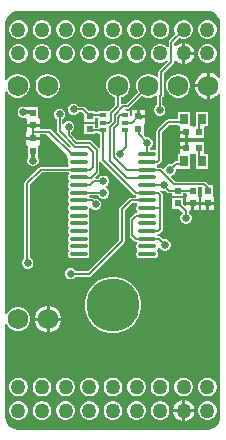
<source format=gtl>
G04*
G04 #@! TF.GenerationSoftware,Altium Limited,Altium Designer,23.0.1 (38)*
G04*
G04 Layer_Physical_Order=1*
G04 Layer_Color=255*
%FSLAX24Y24*%
%MOIN*%
G70*
G04*
G04 #@! TF.SameCoordinates,212204B1-6FDB-4007-BCD0-930B6937FDD8*
G04*
G04*
G04 #@! TF.FilePolarity,Positive*
G04*
G01*
G75*
%ADD10C,0.0080*%
%ADD13C,0.0060*%
%ADD19R,0.0276X0.0354*%
%ADD20R,0.0236X0.0236*%
%ADD21R,0.0236X0.0236*%
G04:AMPARAMS|DCode=22|XSize=59.1mil|YSize=13.8mil|CornerRadius=3.4mil|HoleSize=0mil|Usage=FLASHONLY|Rotation=180.000|XOffset=0mil|YOffset=0mil|HoleType=Round|Shape=RoundedRectangle|*
%AMROUNDEDRECTD22*
21,1,0.0591,0.0069,0,0,180.0*
21,1,0.0522,0.0138,0,0,180.0*
1,1,0.0069,-0.0261,0.0034*
1,1,0.0069,0.0261,0.0034*
1,1,0.0069,0.0261,-0.0034*
1,1,0.0069,-0.0261,-0.0034*
%
%ADD22ROUNDEDRECTD22*%
%ADD23R,0.0217X0.0157*%
%ADD33C,0.0130*%
%ADD34C,0.0120*%
%ADD35C,0.0680*%
%ADD36C,0.0500*%
%ADD37C,0.1772*%
%ADD38C,0.0260*%
G36*
X7107Y14197D02*
X7188Y14163D01*
X7261Y14114D01*
X7323Y14052D01*
X7372Y13979D01*
X7405Y13898D01*
X7422Y13812D01*
Y13769D01*
Y11981D01*
X7374Y11968D01*
X7366Y11983D01*
X7284Y12065D01*
X7183Y12123D01*
X7071Y12153D01*
X7064D01*
Y11713D01*
Y11273D01*
X7071D01*
X7183Y11303D01*
X7284Y11361D01*
X7366Y11442D01*
X7374Y11457D01*
X7422Y11444D01*
X7422Y700D01*
X7422Y656D01*
X7405Y570D01*
X7372Y489D01*
X7323Y416D01*
X7261Y354D01*
X7188Y306D01*
X7107Y272D01*
X7021Y255D01*
X656D01*
X570Y272D01*
X489Y306D01*
X416Y354D01*
X354Y416D01*
X306Y489D01*
X272Y570D01*
X255Y656D01*
Y700D01*
Y3776D01*
X305Y3784D01*
X357Y3692D01*
X432Y3618D01*
X523Y3565D01*
X625Y3538D01*
X730D01*
X832Y3565D01*
X923Y3618D01*
X998Y3692D01*
X1050Y3784D01*
X1077Y3885D01*
Y3991D01*
X1050Y4092D01*
X998Y4184D01*
X923Y4258D01*
X832Y4311D01*
X730Y4338D01*
X625D01*
X523Y4311D01*
X432Y4258D01*
X357Y4184D01*
X305Y4092D01*
X255Y4100D01*
Y11520D01*
X305Y11534D01*
X344Y11467D01*
X418Y11393D01*
X509Y11340D01*
X611Y11313D01*
X716D01*
X818Y11340D01*
X909Y11393D01*
X984Y11467D01*
X1036Y11558D01*
X1064Y11660D01*
Y11765D01*
X1036Y11867D01*
X984Y11958D01*
X909Y12033D01*
X818Y12085D01*
X716Y12113D01*
X611D01*
X509Y12085D01*
X418Y12033D01*
X344Y11958D01*
X305Y11891D01*
X255Y11905D01*
Y13769D01*
Y13812D01*
X272Y13898D01*
X306Y13979D01*
X354Y14052D01*
X416Y14114D01*
X489Y14163D01*
X570Y14197D01*
X656Y14214D01*
X7021D01*
X7107Y14197D01*
D02*
G37*
%LPC*%
G36*
X7029Y13893D02*
X6947D01*
X6869Y13872D01*
X6798Y13831D01*
X6740Y13773D01*
X6699Y13702D01*
X6678Y13623D01*
Y13542D01*
X6699Y13463D01*
X6740Y13392D01*
X6798Y13335D01*
X6869Y13294D01*
X6947Y13273D01*
X7029D01*
X7108Y13294D01*
X7179Y13335D01*
X7236Y13392D01*
X7277Y13463D01*
X7298Y13542D01*
Y13623D01*
X7277Y13702D01*
X7236Y13773D01*
X7179Y13831D01*
X7108Y13872D01*
X7029Y13893D01*
D02*
G37*
G36*
X6242D02*
X6160D01*
X6081Y13872D01*
X6010Y13831D01*
X5953Y13773D01*
X5912Y13702D01*
X5891Y13623D01*
Y13542D01*
X5912Y13463D01*
X5926Y13438D01*
X5725Y13237D01*
X5705Y13207D01*
X5698Y13172D01*
Y13018D01*
X5648Y12999D01*
X5604Y13043D01*
X5533Y13084D01*
X5454Y13105D01*
X5373D01*
X5294Y13084D01*
X5223Y13043D01*
X5165Y12986D01*
X5125Y12915D01*
X5103Y12836D01*
Y12754D01*
X5125Y12676D01*
X5165Y12605D01*
X5223Y12547D01*
X5294Y12506D01*
X5373Y12485D01*
X5454D01*
X5533Y12506D01*
X5604Y12547D01*
X5625Y12568D01*
X5678Y12551D01*
X5682Y12526D01*
X5385Y12230D01*
X5365Y12200D01*
X5358Y12165D01*
Y12004D01*
X5308Y11984D01*
X5259Y12033D01*
X5168Y12085D01*
X5066Y12113D01*
X4961D01*
X4859Y12085D01*
X4768Y12033D01*
X4693Y11958D01*
X4641Y11867D01*
X4614Y11765D01*
Y11660D01*
X4641Y11558D01*
X4673Y11502D01*
X4288Y11116D01*
X4170D01*
X4155Y11114D01*
X4105Y11145D01*
Y11323D01*
X4168Y11340D01*
X4259Y11393D01*
X4334Y11467D01*
X4386Y11558D01*
X4414Y11660D01*
Y11765D01*
X4386Y11867D01*
X4334Y11958D01*
X4259Y12033D01*
X4168Y12085D01*
X4066Y12113D01*
X3961D01*
X3859Y12085D01*
X3768Y12033D01*
X3693Y11958D01*
X3641Y11867D01*
X3614Y11765D01*
Y11660D01*
X3641Y11558D01*
X3693Y11467D01*
X3768Y11393D01*
X3859Y11340D01*
X3922Y11323D01*
Y11076D01*
X3731Y10886D01*
X3684Y10879D01*
X3684Y10879D01*
X3348D01*
Y10832D01*
X3248D01*
Y10874D01*
X3022D01*
X2906Y10990D01*
X2876Y11010D01*
X2841Y11016D01*
X2698D01*
X2691Y11032D01*
X2638Y11086D01*
X2568Y11115D01*
X2492D01*
X2422Y11086D01*
X2369Y11032D01*
X2340Y10963D01*
Y10887D01*
X2369Y10817D01*
X2422Y10764D01*
X2492Y10735D01*
X2568D01*
X2638Y10764D01*
X2691Y10817D01*
X2698Y10833D01*
X2803D01*
X2892Y10744D01*
Y10518D01*
X3248D01*
Y10648D01*
X3348D01*
Y10320D01*
X3248D01*
Y10451D01*
X2892D01*
Y10094D01*
X3248D01*
Y10137D01*
X3348D01*
Y10090D01*
X3424D01*
Y9631D01*
X3374Y9616D01*
X3365Y9629D01*
X3125Y9870D01*
X3095Y9890D01*
X3060Y9896D01*
X2658D01*
X2452Y10102D01*
Y10172D01*
X2468Y10179D01*
X2521Y10232D01*
X2550Y10302D01*
Y10378D01*
X2521Y10448D01*
X2468Y10501D01*
X2398Y10530D01*
X2322D01*
X2252Y10501D01*
X2202Y10450D01*
X2188Y10452D01*
X2152Y10464D01*
Y10592D01*
X2168Y10599D01*
X2221Y10652D01*
X2250Y10722D01*
Y10798D01*
X2221Y10868D01*
X2168Y10921D01*
X2098Y10950D01*
X2022D01*
X1952Y10921D01*
X1899Y10868D01*
X1870Y10798D01*
Y10722D01*
X1899Y10652D01*
X1952Y10599D01*
X1968Y10592D01*
Y10195D01*
X1975Y10160D01*
X1995Y10130D01*
X2435Y9690D01*
X2418Y9636D01*
X2415Y9635D01*
X1790Y10260D01*
X1398D01*
Y10348D01*
X962D01*
Y10185D01*
X958D01*
Y10017D01*
X1176D01*
X1394D01*
Y10090D01*
X1610D01*
X2299Y9401D01*
Y9394D01*
X2309Y9341D01*
X2339Y9297D01*
X2347Y9244D01*
X2340Y9207D01*
Y9138D01*
X2347Y9101D01*
X2368Y9070D01*
Y9055D01*
X2322Y9008D01*
X1436D01*
X1401Y9001D01*
X1371Y8981D01*
X915Y8525D01*
X895Y8495D01*
X888Y8460D01*
Y5957D01*
X839Y5908D01*
X810Y5838D01*
Y5762D01*
X839Y5692D01*
X892Y5639D01*
X962Y5610D01*
X1038D01*
X1108Y5639D01*
X1161Y5692D01*
X1190Y5762D01*
Y5838D01*
X1161Y5908D01*
X1108Y5961D01*
X1072Y5976D01*
Y8422D01*
X1474Y8825D01*
X2361D01*
X2368Y8814D01*
Y8763D01*
X2347Y8732D01*
X2340Y8695D01*
Y8626D01*
X2347Y8589D01*
X2368Y8558D01*
Y8507D01*
X2347Y8476D01*
X2340Y8439D01*
Y8370D01*
X2347Y8333D01*
X2368Y8302D01*
Y8251D01*
X2347Y8220D01*
X2340Y8183D01*
Y8114D01*
X2347Y8077D01*
X2368Y8046D01*
Y7995D01*
X2347Y7964D01*
X2340Y7927D01*
Y7858D01*
X2347Y7821D01*
X2368Y7790D01*
Y7739D01*
X2347Y7708D01*
X2340Y7671D01*
Y7602D01*
X2347Y7565D01*
X2368Y7534D01*
Y7483D01*
X2347Y7452D01*
X2340Y7415D01*
Y7346D01*
X2347Y7310D01*
X2368Y7278D01*
Y7228D01*
X2347Y7196D01*
X2340Y7159D01*
Y7091D01*
X2347Y7054D01*
X2368Y7022D01*
Y6972D01*
X2347Y6940D01*
X2340Y6903D01*
Y6835D01*
X2347Y6798D01*
X2368Y6767D01*
Y6716D01*
X2347Y6684D01*
X2340Y6648D01*
Y6579D01*
X2347Y6542D01*
X2368Y6511D01*
Y6460D01*
X2347Y6429D01*
X2340Y6392D01*
Y6323D01*
X2347Y6286D01*
X2368Y6255D01*
Y6204D01*
X2347Y6173D01*
X2340Y6136D01*
Y6067D01*
X2347Y6030D01*
X2368Y5999D01*
X2399Y5978D01*
X2436Y5971D01*
X2958D01*
X2995Y5978D01*
X3026Y5999D01*
X3047Y6030D01*
X3054Y6067D01*
Y6136D01*
X3047Y6173D01*
X3026Y6204D01*
Y6255D01*
X3047Y6286D01*
X3054Y6323D01*
Y6392D01*
X3047Y6429D01*
X3026Y6460D01*
Y6511D01*
X3047Y6542D01*
X3054Y6579D01*
Y6648D01*
X3047Y6684D01*
X3026Y6716D01*
Y6767D01*
X3047Y6798D01*
X3054Y6835D01*
Y6903D01*
X3047Y6940D01*
X3026Y6972D01*
Y7022D01*
X3047Y7054D01*
X3054Y7091D01*
Y7159D01*
X3047Y7196D01*
X3026Y7228D01*
Y7278D01*
X3047Y7310D01*
X3054Y7346D01*
Y7415D01*
X3047Y7452D01*
X3026Y7483D01*
Y7534D01*
X3047Y7565D01*
X3054Y7602D01*
Y7632D01*
X3080Y7644D01*
X3104Y7647D01*
X3152Y7599D01*
X3222Y7570D01*
X3298D01*
X3368Y7599D01*
X3421Y7652D01*
X3450Y7722D01*
Y7798D01*
X3421Y7868D01*
X3368Y7921D01*
X3298Y7950D01*
X3222D01*
X3206Y7943D01*
X3192Y7958D01*
X3162Y7977D01*
X3127Y7984D01*
X3071D01*
X3050Y8034D01*
X3071Y8057D01*
X3345D01*
X3359Y8022D01*
X3412Y7969D01*
X3482Y7940D01*
X3558D01*
X3628Y7969D01*
X3681Y8022D01*
X3710Y8092D01*
Y8168D01*
X3681Y8238D01*
X3628Y8291D01*
X3599Y8303D01*
Y8357D01*
X3628Y8369D01*
X3681Y8422D01*
X3710Y8492D01*
Y8568D01*
X3681Y8638D01*
X3628Y8691D01*
X3558Y8720D01*
X3482D01*
X3412Y8691D01*
X3359Y8638D01*
X3352Y8622D01*
X3268D01*
X3247Y8672D01*
X3365Y8790D01*
X3385Y8820D01*
X3392Y8855D01*
Y9178D01*
X3442Y9193D01*
X3451Y9179D01*
X4549Y8081D01*
X4579Y8061D01*
X4605Y8056D01*
X4619Y8031D01*
X4625Y8004D01*
X4606Y7984D01*
X4433D01*
X4398Y7977D01*
X4368Y7958D01*
X4075Y7665D01*
X4055Y7635D01*
X4048Y7600D01*
Y6578D01*
X3002Y5532D01*
X2602D01*
X2591Y5558D01*
X2537Y5611D01*
X2468Y5640D01*
X2392D01*
X2322Y5611D01*
X2269Y5558D01*
X2240Y5488D01*
Y5412D01*
X2269Y5342D01*
X2322Y5289D01*
X2392Y5260D01*
X2468D01*
X2537Y5289D01*
X2591Y5342D01*
X2593Y5348D01*
X3040D01*
X3075Y5355D01*
X3105Y5375D01*
X4205Y6475D01*
X4225Y6505D01*
X4232Y6540D01*
Y7562D01*
X4471Y7801D01*
X4644D01*
X4651Y7790D01*
Y7739D01*
X4631Y7708D01*
X4623Y7671D01*
Y7602D01*
X4631Y7565D01*
X4651Y7534D01*
Y7508D01*
X4617Y7464D01*
X4582Y7457D01*
X4552Y7437D01*
X4425Y7310D01*
X4405Y7280D01*
X4398Y7245D01*
Y6740D01*
X4405Y6705D01*
X4425Y6676D01*
X4552Y6548D01*
X4582Y6528D01*
X4617Y6521D01*
X4644D01*
X4651Y6511D01*
Y6460D01*
X4631Y6429D01*
X4623Y6392D01*
Y6323D01*
X4631Y6286D01*
X4651Y6255D01*
Y6204D01*
X4631Y6173D01*
X4623Y6136D01*
Y6067D01*
X4631Y6030D01*
X4651Y5999D01*
X4683Y5978D01*
X4719Y5971D01*
X5241D01*
X5278Y5978D01*
X5309Y5999D01*
X5330Y6030D01*
X5337Y6067D01*
Y6136D01*
X5330Y6173D01*
X5309Y6204D01*
Y6255D01*
X5330Y6286D01*
X5337Y6323D01*
Y6344D01*
X5387Y6354D01*
X5409Y6302D01*
X5462Y6249D01*
X5532Y6220D01*
X5608D01*
X5678Y6249D01*
X5731Y6302D01*
X5760Y6372D01*
Y6448D01*
X5731Y6518D01*
X5678Y6571D01*
X5608Y6600D01*
X5532D01*
X5516Y6593D01*
X5432Y6678D01*
X5402Y6698D01*
X5367Y6705D01*
X5351D01*
X5322Y6755D01*
X5334Y6777D01*
X5369Y6784D01*
X5399Y6804D01*
X5475Y6880D01*
X5495Y6910D01*
X5502Y6945D01*
Y7640D01*
Y8065D01*
X5495Y8100D01*
X5475Y8130D01*
X5419Y8186D01*
X5404Y8201D01*
X5432Y8239D01*
X5502Y8210D01*
X5578D01*
X5594Y8217D01*
X5653Y8157D01*
X5683Y8137D01*
X5718Y8130D01*
X5822D01*
Y8044D01*
X6178D01*
Y8130D01*
X6287D01*
X6322Y8095D01*
X6322Y8038D01*
X6283Y8011D01*
X6282D01*
Y7843D01*
X6718D01*
Y8011D01*
X6717D01*
X6678Y8038D01*
X6678Y8061D01*
Y8338D01*
X6822D01*
Y8066D01*
X6822Y8044D01*
X6783Y8016D01*
X6782D01*
Y7848D01*
X7218D01*
Y8016D01*
X7217D01*
X7178Y8044D01*
X7178Y8066D01*
Y8400D01*
X7052D01*
X6957Y8495D01*
X6927Y8515D01*
X6892Y8522D01*
X5908D01*
X5766Y8664D01*
X5787Y8714D01*
X5848Y8739D01*
X5901Y8792D01*
X5930Y8862D01*
Y8934D01*
X5958Y8960D01*
X5968Y8968D01*
X6007Y8953D01*
Y8953D01*
X6403D01*
X6403Y9427D01*
X6451Y9432D01*
X6506D01*
Y9433D01*
X6534Y9472D01*
X6585Y9472D01*
X6597Y9427D01*
X6597D01*
Y8953D01*
X6993D01*
Y9427D01*
X6903D01*
X6890Y9472D01*
X6890D01*
Y9828D01*
X6556D01*
X6534Y9828D01*
X6506Y9867D01*
Y9868D01*
X6338D01*
Y9650D01*
X6288D01*
Y9600D01*
X6070D01*
X6070Y9432D01*
X6022Y9427D01*
X6007D01*
Y9202D01*
X5940D01*
X5901Y9194D01*
X5868Y9172D01*
X5783Y9088D01*
X5778Y9090D01*
X5702D01*
X5632Y9061D01*
X5579Y9008D01*
X5554Y8947D01*
X5504Y8926D01*
X5468Y8962D01*
X5438Y8982D01*
X5403Y8989D01*
X5329D01*
X5309Y9019D01*
Y9043D01*
X5325Y9088D01*
X5360Y9095D01*
X5390Y9115D01*
X5445Y9170D01*
X5465Y9200D01*
X5472Y9235D01*
Y10162D01*
X5723Y10413D01*
X6007D01*
Y10373D01*
X6070D01*
Y10210D01*
X6288D01*
Y10160D01*
X6338D01*
Y9942D01*
X6506D01*
Y9943D01*
X6534Y9982D01*
X6556Y9982D01*
X6890D01*
Y10338D01*
X6926Y10373D01*
X6993D01*
Y10731D01*
X6995Y10740D01*
X6993Y10749D01*
Y10847D01*
X6597D01*
Y10395D01*
X6555Y10355D01*
X6520Y10358D01*
X6506Y10377D01*
Y10378D01*
X6403D01*
Y10847D01*
X6007D01*
Y10596D01*
X5685D01*
X5650Y10589D01*
X5620Y10570D01*
X5315Y10265D01*
X5295Y10235D01*
X5288Y10200D01*
Y9600D01*
X5241Y9559D01*
X5072D01*
Y9647D01*
X5088Y9654D01*
X5141Y9707D01*
X5170Y9777D01*
Y9853D01*
X5141Y9922D01*
X5088Y9976D01*
X5018Y10005D01*
X4942D01*
X4926Y9998D01*
X4879Y10046D01*
X4868Y10094D01*
X4868D01*
X4868Y10094D01*
Y10428D01*
X4868Y10451D01*
X4907Y10478D01*
X4908D01*
Y10646D01*
X4690D01*
Y10696D01*
X4640D01*
Y10914D01*
X4472D01*
Y10734D01*
X4427Y10692D01*
X4416Y10695D01*
X4412Y10698D01*
Y10879D01*
X4275D01*
X4248Y10929D01*
X4251Y10933D01*
X4326D01*
X4361Y10940D01*
X4391Y10960D01*
X4803Y11372D01*
X4859Y11340D01*
X4961Y11313D01*
X5066D01*
X5168Y11340D01*
X5259Y11393D01*
X5264Y11397D01*
X5310Y11372D01*
X5308Y11365D01*
Y11078D01*
X5292Y11071D01*
X5239Y11018D01*
X5210Y10948D01*
Y10872D01*
X5239Y10802D01*
X5292Y10749D01*
X5362Y10720D01*
X5438D01*
X5508Y10749D01*
X5561Y10802D01*
X5590Y10872D01*
Y10948D01*
X5561Y11018D01*
X5508Y11071D01*
X5492Y11078D01*
Y11327D01*
X5515Y11350D01*
X5535Y11380D01*
X5542Y11415D01*
Y12127D01*
X5855Y12440D01*
X5875Y12470D01*
X5882Y12505D01*
Y12554D01*
X5932Y12569D01*
X5986Y12515D01*
X6066Y12469D01*
X6151Y12446D01*
Y12795D01*
Y13144D01*
X6066Y13121D01*
X5986Y13075D01*
X5932Y13021D01*
X5882Y13037D01*
Y13134D01*
X6056Y13308D01*
X6081Y13294D01*
X6160Y13273D01*
X6242D01*
X6320Y13294D01*
X6391Y13335D01*
X6449Y13392D01*
X6490Y13463D01*
X6511Y13542D01*
Y13623D01*
X6490Y13702D01*
X6449Y13773D01*
X6391Y13831D01*
X6320Y13872D01*
X6242Y13893D01*
D02*
G37*
G36*
X5454D02*
X5373D01*
X5294Y13872D01*
X5223Y13831D01*
X5165Y13773D01*
X5125Y13702D01*
X5103Y13623D01*
Y13542D01*
X5125Y13463D01*
X5165Y13392D01*
X5223Y13335D01*
X5294Y13294D01*
X5373Y13273D01*
X5454D01*
X5533Y13294D01*
X5604Y13335D01*
X5661Y13392D01*
X5702Y13463D01*
X5723Y13542D01*
Y13623D01*
X5702Y13702D01*
X5661Y13773D01*
X5604Y13831D01*
X5533Y13872D01*
X5454Y13893D01*
D02*
G37*
G36*
X4667D02*
X4585D01*
X4506Y13872D01*
X4436Y13831D01*
X4378Y13773D01*
X4337Y13702D01*
X4316Y13623D01*
Y13542D01*
X4337Y13463D01*
X4378Y13392D01*
X4436Y13335D01*
X4506Y13294D01*
X4585Y13273D01*
X4667D01*
X4746Y13294D01*
X4816Y13335D01*
X4874Y13392D01*
X4915Y13463D01*
X4936Y13542D01*
Y13623D01*
X4915Y13702D01*
X4874Y13773D01*
X4816Y13831D01*
X4746Y13872D01*
X4667Y13893D01*
D02*
G37*
G36*
X3879D02*
X3798D01*
X3719Y13872D01*
X3648Y13831D01*
X3591Y13773D01*
X3550Y13702D01*
X3529Y13623D01*
Y13542D01*
X3550Y13463D01*
X3591Y13392D01*
X3648Y13335D01*
X3719Y13294D01*
X3798Y13273D01*
X3879D01*
X3958Y13294D01*
X4029Y13335D01*
X4087Y13392D01*
X4127Y13463D01*
X4149Y13542D01*
Y13623D01*
X4127Y13702D01*
X4087Y13773D01*
X4029Y13831D01*
X3958Y13872D01*
X3879Y13893D01*
D02*
G37*
G36*
X3092D02*
X3010D01*
X2932Y13872D01*
X2861Y13831D01*
X2803Y13773D01*
X2762Y13702D01*
X2741Y13623D01*
Y13542D01*
X2762Y13463D01*
X2803Y13392D01*
X2861Y13335D01*
X2932Y13294D01*
X3010Y13273D01*
X3092D01*
X3171Y13294D01*
X3242Y13335D01*
X3299Y13392D01*
X3340Y13463D01*
X3361Y13542D01*
Y13623D01*
X3340Y13702D01*
X3299Y13773D01*
X3242Y13831D01*
X3171Y13872D01*
X3092Y13893D01*
D02*
G37*
G36*
X2305D02*
X2223D01*
X2144Y13872D01*
X2073Y13831D01*
X2016Y13773D01*
X1975Y13702D01*
X1954Y13623D01*
Y13542D01*
X1975Y13463D01*
X2016Y13392D01*
X2073Y13335D01*
X2144Y13294D01*
X2223Y13273D01*
X2305D01*
X2383Y13294D01*
X2454Y13335D01*
X2512Y13392D01*
X2553Y13463D01*
X2574Y13542D01*
Y13623D01*
X2553Y13702D01*
X2512Y13773D01*
X2454Y13831D01*
X2383Y13872D01*
X2305Y13893D01*
D02*
G37*
G36*
X1517D02*
X1436D01*
X1357Y13872D01*
X1286Y13831D01*
X1228Y13773D01*
X1188Y13702D01*
X1166Y13623D01*
Y13542D01*
X1188Y13463D01*
X1228Y13392D01*
X1286Y13335D01*
X1357Y13294D01*
X1436Y13273D01*
X1517D01*
X1596Y13294D01*
X1667Y13335D01*
X1724Y13392D01*
X1765Y13463D01*
X1786Y13542D01*
Y13623D01*
X1765Y13702D01*
X1724Y13773D01*
X1667Y13831D01*
X1596Y13872D01*
X1517Y13893D01*
D02*
G37*
G36*
X730D02*
X648D01*
X569Y13872D01*
X499Y13831D01*
X441Y13773D01*
X400Y13702D01*
X379Y13623D01*
Y13542D01*
X400Y13463D01*
X441Y13392D01*
X499Y13335D01*
X569Y13294D01*
X648Y13273D01*
X730D01*
X809Y13294D01*
X879Y13335D01*
X937Y13392D01*
X978Y13463D01*
X999Y13542D01*
Y13623D01*
X978Y13702D01*
X937Y13773D01*
X879Y13831D01*
X809Y13872D01*
X730Y13893D01*
D02*
G37*
G36*
X6251Y13144D02*
Y12845D01*
X6550D01*
X6527Y12930D01*
X6481Y13010D01*
X6416Y13075D01*
X6336Y13121D01*
X6251Y13144D01*
D02*
G37*
G36*
X7029Y13105D02*
X6947D01*
X6869Y13084D01*
X6798Y13043D01*
X6740Y12986D01*
X6699Y12915D01*
X6678Y12836D01*
Y12754D01*
X6699Y12676D01*
X6740Y12605D01*
X6798Y12547D01*
X6869Y12506D01*
X6947Y12485D01*
X7029D01*
X7108Y12506D01*
X7179Y12547D01*
X7236Y12605D01*
X7277Y12676D01*
X7298Y12754D01*
Y12836D01*
X7277Y12915D01*
X7236Y12986D01*
X7179Y13043D01*
X7108Y13084D01*
X7029Y13105D01*
D02*
G37*
G36*
X4667D02*
X4585D01*
X4506Y13084D01*
X4436Y13043D01*
X4378Y12986D01*
X4337Y12915D01*
X4316Y12836D01*
Y12754D01*
X4337Y12676D01*
X4378Y12605D01*
X4436Y12547D01*
X4506Y12506D01*
X4585Y12485D01*
X4667D01*
X4746Y12506D01*
X4816Y12547D01*
X4874Y12605D01*
X4915Y12676D01*
X4936Y12754D01*
Y12836D01*
X4915Y12915D01*
X4874Y12986D01*
X4816Y13043D01*
X4746Y13084D01*
X4667Y13105D01*
D02*
G37*
G36*
X3879D02*
X3798D01*
X3719Y13084D01*
X3648Y13043D01*
X3591Y12986D01*
X3550Y12915D01*
X3529Y12836D01*
Y12754D01*
X3550Y12676D01*
X3591Y12605D01*
X3648Y12547D01*
X3719Y12506D01*
X3798Y12485D01*
X3879D01*
X3958Y12506D01*
X4029Y12547D01*
X4087Y12605D01*
X4127Y12676D01*
X4149Y12754D01*
Y12836D01*
X4127Y12915D01*
X4087Y12986D01*
X4029Y13043D01*
X3958Y13084D01*
X3879Y13105D01*
D02*
G37*
G36*
X3092D02*
X3010D01*
X2932Y13084D01*
X2861Y13043D01*
X2803Y12986D01*
X2762Y12915D01*
X2741Y12836D01*
Y12754D01*
X2762Y12676D01*
X2803Y12605D01*
X2861Y12547D01*
X2932Y12506D01*
X3010Y12485D01*
X3092D01*
X3171Y12506D01*
X3242Y12547D01*
X3299Y12605D01*
X3340Y12676D01*
X3361Y12754D01*
Y12836D01*
X3340Y12915D01*
X3299Y12986D01*
X3242Y13043D01*
X3171Y13084D01*
X3092Y13105D01*
D02*
G37*
G36*
X2305D02*
X2223D01*
X2144Y13084D01*
X2073Y13043D01*
X2016Y12986D01*
X1975Y12915D01*
X1954Y12836D01*
Y12754D01*
X1975Y12676D01*
X2016Y12605D01*
X2073Y12547D01*
X2144Y12506D01*
X2223Y12485D01*
X2305D01*
X2383Y12506D01*
X2454Y12547D01*
X2512Y12605D01*
X2553Y12676D01*
X2574Y12754D01*
Y12836D01*
X2553Y12915D01*
X2512Y12986D01*
X2454Y13043D01*
X2383Y13084D01*
X2305Y13105D01*
D02*
G37*
G36*
X1517D02*
X1436D01*
X1357Y13084D01*
X1286Y13043D01*
X1228Y12986D01*
X1188Y12915D01*
X1166Y12836D01*
Y12754D01*
X1188Y12676D01*
X1228Y12605D01*
X1286Y12547D01*
X1357Y12506D01*
X1436Y12485D01*
X1517D01*
X1596Y12506D01*
X1667Y12547D01*
X1724Y12605D01*
X1765Y12676D01*
X1786Y12754D01*
Y12836D01*
X1765Y12915D01*
X1724Y12986D01*
X1667Y13043D01*
X1596Y13084D01*
X1517Y13105D01*
D02*
G37*
G36*
X730D02*
X648D01*
X569Y13084D01*
X499Y13043D01*
X441Y12986D01*
X400Y12915D01*
X379Y12836D01*
Y12754D01*
X400Y12676D01*
X441Y12605D01*
X499Y12547D01*
X569Y12506D01*
X648Y12485D01*
X730D01*
X809Y12506D01*
X879Y12547D01*
X937Y12605D01*
X978Y12676D01*
X999Y12754D01*
Y12836D01*
X978Y12915D01*
X937Y12986D01*
X879Y13043D01*
X809Y13084D01*
X730Y13105D01*
D02*
G37*
G36*
X6550Y12745D02*
X6251D01*
Y12446D01*
X6336Y12469D01*
X6416Y12515D01*
X6481Y12580D01*
X6527Y12660D01*
X6550Y12745D01*
D02*
G37*
G36*
X6964Y12153D02*
X6956D01*
X6844Y12123D01*
X6743Y12065D01*
X6661Y11983D01*
X6604Y11882D01*
X6574Y11771D01*
Y11763D01*
X6964D01*
Y12153D01*
D02*
G37*
G36*
X6066Y12113D02*
X5961D01*
X5859Y12085D01*
X5768Y12033D01*
X5693Y11958D01*
X5641Y11867D01*
X5614Y11765D01*
Y11660D01*
X5641Y11558D01*
X5693Y11467D01*
X5768Y11393D01*
X5859Y11340D01*
X5961Y11313D01*
X6066D01*
X6168Y11340D01*
X6259Y11393D01*
X6334Y11467D01*
X6386Y11558D01*
X6414Y11660D01*
Y11765D01*
X6386Y11867D01*
X6334Y11958D01*
X6259Y12033D01*
X6168Y12085D01*
X6066Y12113D01*
D02*
G37*
G36*
X1716D02*
X1611D01*
X1509Y12085D01*
X1418Y12033D01*
X1344Y11958D01*
X1291Y11867D01*
X1264Y11765D01*
Y11660D01*
X1291Y11558D01*
X1344Y11467D01*
X1418Y11393D01*
X1509Y11340D01*
X1611Y11313D01*
X1716D01*
X1818Y11340D01*
X1909Y11393D01*
X1984Y11467D01*
X2036Y11558D01*
X2064Y11660D01*
Y11765D01*
X2036Y11867D01*
X1984Y11958D01*
X1909Y12033D01*
X1818Y12085D01*
X1716Y12113D01*
D02*
G37*
G36*
X6964Y11663D02*
X6574D01*
Y11655D01*
X6604Y11543D01*
X6661Y11442D01*
X6743Y11361D01*
X6844Y11303D01*
X6956Y11273D01*
X6964D01*
Y11663D01*
D02*
G37*
G36*
X4908Y10914D02*
X4740D01*
Y10746D01*
X4908D01*
Y10914D01*
D02*
G37*
G36*
X888Y11020D02*
X812D01*
X742Y10991D01*
X689Y10938D01*
X660Y10868D01*
Y10792D01*
X689Y10722D01*
X742Y10669D01*
X812Y10640D01*
X888D01*
X918Y10652D01*
X933Y10643D01*
X962Y10617D01*
X962Y10616D01*
X962D01*
Y10448D01*
X1398D01*
Y10616D01*
X1397D01*
X1358Y10644D01*
X1358Y10666D01*
Y11000D01*
X1002D01*
X1002Y11000D01*
X952Y10993D01*
X888Y11020D01*
D02*
G37*
G36*
X6238Y10110D02*
X6070D01*
Y9942D01*
X6238D01*
Y10110D01*
D02*
G37*
G36*
Y9868D02*
X6070D01*
Y9700D01*
X6238D01*
Y9868D01*
D02*
G37*
G36*
X1394Y9917D02*
X1176D01*
X958D01*
Y9748D01*
X959D01*
X998Y9721D01*
X998Y9698D01*
Y9365D01*
X998Y9365D01*
X1014Y9315D01*
X990Y9258D01*
Y9182D01*
X1019Y9112D01*
X1072Y9059D01*
X1142Y9030D01*
X1218D01*
X1288Y9059D01*
X1341Y9112D01*
X1370Y9182D01*
Y9258D01*
X1346Y9315D01*
X1354Y9365D01*
X1354D01*
X1354Y9365D01*
Y9698D01*
X1354Y9721D01*
X1393Y9748D01*
X1394D01*
Y9917D01*
D02*
G37*
G36*
X7218Y7748D02*
X7050D01*
Y7580D01*
X7218D01*
Y7748D01*
D02*
G37*
G36*
X6950D02*
X6782D01*
Y7580D01*
X6950D01*
Y7748D01*
D02*
G37*
G36*
X6718Y7743D02*
X6550D01*
Y7575D01*
X6718D01*
Y7743D01*
D02*
G37*
G36*
X6178Y7976D02*
X5822D01*
Y7620D01*
X6034D01*
X6140Y7514D01*
X6162Y7471D01*
X6109Y7418D01*
X6080Y7348D01*
Y7272D01*
X6109Y7202D01*
X6162Y7149D01*
X6232Y7120D01*
X6308D01*
X6378Y7149D01*
X6431Y7202D01*
X6460Y7272D01*
Y7348D01*
X6431Y7418D01*
X6378Y7471D01*
X6372Y7473D01*
Y7528D01*
X6414Y7575D01*
X6450D01*
Y7743D01*
X6282D01*
Y7726D01*
X6236Y7707D01*
X6178Y7764D01*
Y7976D01*
D02*
G37*
G36*
X1735Y4378D02*
X1727D01*
Y3988D01*
X2117D01*
Y3996D01*
X2087Y4108D01*
X2030Y4208D01*
X1948Y4290D01*
X1847Y4348D01*
X1735Y4378D01*
D02*
G37*
G36*
X1627D02*
X1620D01*
X1508Y4348D01*
X1407Y4290D01*
X1325Y4208D01*
X1267Y4108D01*
X1237Y3996D01*
Y3988D01*
X1627D01*
Y4378D01*
D02*
G37*
G36*
X2117Y3888D02*
X1727D01*
Y3498D01*
X1735D01*
X1847Y3528D01*
X1948Y3586D01*
X2030Y3668D01*
X2087Y3768D01*
X2117Y3880D01*
Y3888D01*
D02*
G37*
G36*
X1627D02*
X1237D01*
Y3880D01*
X1267Y3768D01*
X1325Y3668D01*
X1407Y3586D01*
X1508Y3528D01*
X1620Y3498D01*
X1627D01*
Y3888D01*
D02*
G37*
G36*
X3932Y5351D02*
X3745D01*
X3563Y5314D01*
X3391Y5243D01*
X3236Y5139D01*
X3104Y5008D01*
X3000Y4853D01*
X2929Y4681D01*
X2893Y4498D01*
Y4312D01*
X2929Y4129D01*
X3000Y3957D01*
X3104Y3802D01*
X3236Y3670D01*
X3391Y3567D01*
X3563Y3495D01*
X3745Y3459D01*
X3932D01*
X4114Y3495D01*
X4287Y3567D01*
X4442Y3670D01*
X4573Y3802D01*
X4677Y3957D01*
X4748Y4129D01*
X4784Y4312D01*
Y4498D01*
X4748Y4681D01*
X4677Y4853D01*
X4573Y5008D01*
X4442Y5139D01*
X4287Y5243D01*
X4114Y5314D01*
X3932Y5351D01*
D02*
G37*
G36*
X7029Y1983D02*
X6947D01*
X6869Y1962D01*
X6798Y1921D01*
X6740Y1864D01*
X6699Y1793D01*
X6678Y1714D01*
Y1632D01*
X6699Y1554D01*
X6740Y1483D01*
X6798Y1425D01*
X6869Y1384D01*
X6947Y1363D01*
X7029D01*
X7108Y1384D01*
X7179Y1425D01*
X7236Y1483D01*
X7277Y1554D01*
X7298Y1632D01*
Y1714D01*
X7277Y1793D01*
X7236Y1864D01*
X7179Y1921D01*
X7108Y1962D01*
X7029Y1983D01*
D02*
G37*
G36*
X6242D02*
X6160D01*
X6081Y1962D01*
X6010Y1921D01*
X5953Y1864D01*
X5912Y1793D01*
X5891Y1714D01*
Y1632D01*
X5912Y1554D01*
X5953Y1483D01*
X6010Y1425D01*
X6081Y1384D01*
X6160Y1363D01*
X6242D01*
X6320Y1384D01*
X6391Y1425D01*
X6449Y1483D01*
X6490Y1554D01*
X6511Y1632D01*
Y1714D01*
X6490Y1793D01*
X6449Y1864D01*
X6391Y1921D01*
X6320Y1962D01*
X6242Y1983D01*
D02*
G37*
G36*
X5454D02*
X5373D01*
X5294Y1962D01*
X5223Y1921D01*
X5165Y1864D01*
X5125Y1793D01*
X5103Y1714D01*
Y1632D01*
X5125Y1554D01*
X5165Y1483D01*
X5223Y1425D01*
X5294Y1384D01*
X5373Y1363D01*
X5454D01*
X5533Y1384D01*
X5604Y1425D01*
X5661Y1483D01*
X5702Y1554D01*
X5723Y1632D01*
Y1714D01*
X5702Y1793D01*
X5661Y1864D01*
X5604Y1921D01*
X5533Y1962D01*
X5454Y1983D01*
D02*
G37*
G36*
X4667D02*
X4585D01*
X4506Y1962D01*
X4436Y1921D01*
X4378Y1864D01*
X4337Y1793D01*
X4316Y1714D01*
Y1632D01*
X4337Y1554D01*
X4378Y1483D01*
X4436Y1425D01*
X4506Y1384D01*
X4585Y1363D01*
X4667D01*
X4746Y1384D01*
X4816Y1425D01*
X4874Y1483D01*
X4915Y1554D01*
X4936Y1632D01*
Y1714D01*
X4915Y1793D01*
X4874Y1864D01*
X4816Y1921D01*
X4746Y1962D01*
X4667Y1983D01*
D02*
G37*
G36*
X3879D02*
X3798D01*
X3719Y1962D01*
X3648Y1921D01*
X3591Y1864D01*
X3550Y1793D01*
X3529Y1714D01*
Y1632D01*
X3550Y1554D01*
X3591Y1483D01*
X3648Y1425D01*
X3719Y1384D01*
X3798Y1363D01*
X3879D01*
X3958Y1384D01*
X4029Y1425D01*
X4087Y1483D01*
X4127Y1554D01*
X4149Y1632D01*
Y1714D01*
X4127Y1793D01*
X4087Y1864D01*
X4029Y1921D01*
X3958Y1962D01*
X3879Y1983D01*
D02*
G37*
G36*
X3092D02*
X3010D01*
X2932Y1962D01*
X2861Y1921D01*
X2803Y1864D01*
X2762Y1793D01*
X2741Y1714D01*
Y1632D01*
X2762Y1554D01*
X2803Y1483D01*
X2861Y1425D01*
X2932Y1384D01*
X3010Y1363D01*
X3092D01*
X3171Y1384D01*
X3242Y1425D01*
X3299Y1483D01*
X3340Y1554D01*
X3361Y1632D01*
Y1714D01*
X3340Y1793D01*
X3299Y1864D01*
X3242Y1921D01*
X3171Y1962D01*
X3092Y1983D01*
D02*
G37*
G36*
X2305D02*
X2223D01*
X2144Y1962D01*
X2073Y1921D01*
X2016Y1864D01*
X1975Y1793D01*
X1954Y1714D01*
Y1632D01*
X1975Y1554D01*
X2016Y1483D01*
X2073Y1425D01*
X2144Y1384D01*
X2223Y1363D01*
X2305D01*
X2383Y1384D01*
X2454Y1425D01*
X2512Y1483D01*
X2553Y1554D01*
X2574Y1632D01*
Y1714D01*
X2553Y1793D01*
X2512Y1864D01*
X2454Y1921D01*
X2383Y1962D01*
X2305Y1983D01*
D02*
G37*
G36*
X1517D02*
X1436D01*
X1357Y1962D01*
X1286Y1921D01*
X1228Y1864D01*
X1188Y1793D01*
X1166Y1714D01*
Y1632D01*
X1188Y1554D01*
X1228Y1483D01*
X1286Y1425D01*
X1357Y1384D01*
X1436Y1363D01*
X1517D01*
X1596Y1384D01*
X1667Y1425D01*
X1724Y1483D01*
X1765Y1554D01*
X1786Y1632D01*
Y1714D01*
X1765Y1793D01*
X1724Y1864D01*
X1667Y1921D01*
X1596Y1962D01*
X1517Y1983D01*
D02*
G37*
G36*
X730D02*
X648D01*
X569Y1962D01*
X499Y1921D01*
X441Y1864D01*
X400Y1793D01*
X379Y1714D01*
Y1632D01*
X400Y1554D01*
X441Y1483D01*
X499Y1425D01*
X569Y1384D01*
X648Y1363D01*
X730D01*
X809Y1384D01*
X879Y1425D01*
X937Y1483D01*
X978Y1554D01*
X999Y1632D01*
Y1714D01*
X978Y1793D01*
X937Y1864D01*
X879Y1921D01*
X809Y1962D01*
X730Y1983D01*
D02*
G37*
G36*
X6251Y1235D02*
Y936D01*
X6550D01*
X6527Y1021D01*
X6481Y1101D01*
X6416Y1166D01*
X6336Y1212D01*
X6251Y1235D01*
D02*
G37*
G36*
X6151D02*
X6066Y1212D01*
X5986Y1166D01*
X5921Y1101D01*
X5875Y1021D01*
X5852Y936D01*
X6151D01*
Y1235D01*
D02*
G37*
G36*
X7029Y1196D02*
X6947D01*
X6869Y1175D01*
X6798Y1134D01*
X6740Y1076D01*
X6699Y1005D01*
X6678Y927D01*
Y845D01*
X6699Y766D01*
X6740Y695D01*
X6798Y638D01*
X6869Y597D01*
X6947Y576D01*
X7029D01*
X7108Y597D01*
X7179Y638D01*
X7236Y695D01*
X7277Y766D01*
X7298Y845D01*
Y927D01*
X7277Y1005D01*
X7236Y1076D01*
X7179Y1134D01*
X7108Y1175D01*
X7029Y1196D01*
D02*
G37*
G36*
X5454D02*
X5373D01*
X5294Y1175D01*
X5223Y1134D01*
X5165Y1076D01*
X5125Y1005D01*
X5103Y927D01*
Y845D01*
X5125Y766D01*
X5165Y695D01*
X5223Y638D01*
X5294Y597D01*
X5373Y576D01*
X5454D01*
X5533Y597D01*
X5604Y638D01*
X5661Y695D01*
X5702Y766D01*
X5723Y845D01*
Y927D01*
X5702Y1005D01*
X5661Y1076D01*
X5604Y1134D01*
X5533Y1175D01*
X5454Y1196D01*
D02*
G37*
G36*
X4667D02*
X4585D01*
X4506Y1175D01*
X4436Y1134D01*
X4378Y1076D01*
X4337Y1005D01*
X4316Y927D01*
Y845D01*
X4337Y766D01*
X4378Y695D01*
X4436Y638D01*
X4506Y597D01*
X4585Y576D01*
X4667D01*
X4746Y597D01*
X4816Y638D01*
X4874Y695D01*
X4915Y766D01*
X4936Y845D01*
Y927D01*
X4915Y1005D01*
X4874Y1076D01*
X4816Y1134D01*
X4746Y1175D01*
X4667Y1196D01*
D02*
G37*
G36*
X3879D02*
X3798D01*
X3719Y1175D01*
X3648Y1134D01*
X3591Y1076D01*
X3550Y1005D01*
X3529Y927D01*
Y845D01*
X3550Y766D01*
X3591Y695D01*
X3648Y638D01*
X3719Y597D01*
X3798Y576D01*
X3879D01*
X3958Y597D01*
X4029Y638D01*
X4087Y695D01*
X4127Y766D01*
X4149Y845D01*
Y927D01*
X4127Y1005D01*
X4087Y1076D01*
X4029Y1134D01*
X3958Y1175D01*
X3879Y1196D01*
D02*
G37*
G36*
X3092D02*
X3010D01*
X2932Y1175D01*
X2861Y1134D01*
X2803Y1076D01*
X2762Y1005D01*
X2741Y927D01*
Y845D01*
X2762Y766D01*
X2803Y695D01*
X2861Y638D01*
X2932Y597D01*
X3010Y576D01*
X3092D01*
X3171Y597D01*
X3242Y638D01*
X3299Y695D01*
X3340Y766D01*
X3361Y845D01*
Y927D01*
X3340Y1005D01*
X3299Y1076D01*
X3242Y1134D01*
X3171Y1175D01*
X3092Y1196D01*
D02*
G37*
G36*
X2305D02*
X2223D01*
X2144Y1175D01*
X2073Y1134D01*
X2016Y1076D01*
X1975Y1005D01*
X1954Y927D01*
Y845D01*
X1975Y766D01*
X2016Y695D01*
X2073Y638D01*
X2144Y597D01*
X2223Y576D01*
X2305D01*
X2383Y597D01*
X2454Y638D01*
X2512Y695D01*
X2553Y766D01*
X2574Y845D01*
Y927D01*
X2553Y1005D01*
X2512Y1076D01*
X2454Y1134D01*
X2383Y1175D01*
X2305Y1196D01*
D02*
G37*
G36*
X1517D02*
X1436D01*
X1357Y1175D01*
X1286Y1134D01*
X1228Y1076D01*
X1188Y1005D01*
X1166Y927D01*
Y845D01*
X1188Y766D01*
X1228Y695D01*
X1286Y638D01*
X1357Y597D01*
X1436Y576D01*
X1517D01*
X1596Y597D01*
X1667Y638D01*
X1724Y695D01*
X1765Y766D01*
X1786Y845D01*
Y927D01*
X1765Y1005D01*
X1724Y1076D01*
X1667Y1134D01*
X1596Y1175D01*
X1517Y1196D01*
D02*
G37*
G36*
X730D02*
X648D01*
X569Y1175D01*
X499Y1134D01*
X441Y1076D01*
X400Y1005D01*
X379Y927D01*
Y845D01*
X400Y766D01*
X441Y695D01*
X499Y638D01*
X569Y597D01*
X648Y576D01*
X730D01*
X809Y597D01*
X879Y638D01*
X937Y695D01*
X978Y766D01*
X999Y845D01*
Y927D01*
X978Y1005D01*
X937Y1076D01*
X879Y1134D01*
X809Y1175D01*
X730Y1196D01*
D02*
G37*
G36*
X6550Y836D02*
X6251D01*
Y537D01*
X6336Y560D01*
X6416Y606D01*
X6481Y671D01*
X6527Y751D01*
X6550Y836D01*
D02*
G37*
G36*
X6151D02*
X5852D01*
X5875Y751D01*
X5921Y671D01*
X5986Y606D01*
X6066Y560D01*
X6151Y537D01*
Y836D01*
D02*
G37*
%LPD*%
D10*
X5940Y9100D02*
X6127D01*
X5740Y8900D02*
X5940Y9100D01*
X6000Y7798D02*
X6270Y7528D01*
Y7310D02*
Y7528D01*
X6288Y9925D02*
Y10160D01*
Y9650D02*
Y9885D01*
X7035Y9905D02*
X7050Y9890D01*
X6995Y7893D02*
X7000Y7898D01*
X1176Y9967D02*
Y10414D01*
X1180Y10418D01*
Y10180D02*
X1710D01*
X2433Y9457D01*
X2668D02*
X2697Y9428D01*
X2433Y9457D02*
X2668D01*
D13*
X3040Y5440D02*
X4140Y6540D01*
X2440Y5440D02*
X3040D01*
X4140Y6540D02*
Y7600D01*
X2430Y5450D02*
X2440Y5440D01*
X5400Y10910D02*
Y11365D01*
X6892Y8430D02*
X7000Y8322D01*
X5870Y8430D02*
X6892D01*
X5403Y8897D02*
X5870Y8430D01*
X6712Y9283D02*
Y9650D01*
Y9283D02*
X6795Y9200D01*
X6712Y10160D02*
Y10527D01*
X6795Y10610D01*
Y10632D02*
X6903Y10740D01*
X6097Y10502D02*
X6205Y10610D01*
X6097Y10515D02*
X6205D01*
X6795Y10610D02*
Y10632D01*
X4999Y8897D02*
X5403D01*
X5536Y8404D02*
X5718Y8222D01*
X6495D01*
X4980Y8916D02*
X4999Y8897D01*
X6495Y8222D02*
X6500Y8217D01*
X4617Y6613D02*
X5367D01*
X5570Y6410D01*
X4307Y8907D02*
X4980D01*
X4090Y9440D02*
Y9470D01*
X4290Y9670D01*
Y10183D01*
X4244Y10228D02*
X4290Y10183D01*
X4020Y10655D02*
X4090Y10725D01*
X3870Y9345D02*
Y10305D01*
Y9345D02*
X4307Y8907D01*
X3870Y10305D02*
X4020Y10455D01*
Y10655D01*
X3750Y9205D02*
Y10355D01*
Y9205D02*
X4303Y8652D01*
X3900Y10755D02*
X4170Y11025D01*
X3900Y10505D02*
Y10755D01*
X3750Y10355D02*
X3900Y10505D01*
X3516Y9244D02*
X4614Y8146D01*
X3516Y9244D02*
Y10228D01*
X3114D02*
X3516D01*
X4980Y8404D02*
X5536D01*
X5685Y10505D02*
X6097D01*
X5380Y9235D02*
Y10200D01*
X5685Y10505D01*
X1172Y9547D02*
X1176Y9543D01*
X2697Y8907D02*
X3083D01*
X4490Y6740D02*
X4617Y6613D01*
X4490Y6740D02*
Y7245D01*
X4617Y7372D02*
X4980D01*
X4490Y7245D02*
X4617Y7372D01*
X2360Y10064D02*
Y10340D01*
X2060Y10195D02*
Y10760D01*
X2360Y10064D02*
X2620Y9805D01*
X2697Y8652D02*
X3097D01*
X980Y5820D02*
X1000Y5800D01*
X980Y5820D02*
Y8460D01*
X1436Y8916D01*
X2697D01*
Y8149D02*
X3501D01*
X3520Y8130D01*
X3127Y7893D02*
X3260Y7760D01*
X2697Y7893D02*
X3127D01*
X4140Y7600D02*
X4433Y7893D01*
X4980D01*
X2697Y8404D02*
X3084D01*
X3210Y8530D02*
X3520D01*
X3084Y8404D02*
X3210Y8530D01*
X4614Y8146D02*
X4983D01*
X5410Y7640D02*
Y8065D01*
Y6945D02*
Y7640D01*
X4984D02*
X5410D01*
X4980Y7637D02*
X4984Y7640D01*
X5329Y8146D02*
X5410Y8065D01*
X4983Y8146D02*
X5329D01*
X4980Y8149D02*
X4983Y8146D01*
X5334Y6869D02*
X5410Y6945D01*
X4980Y6869D02*
X5334D01*
X4997Y9180D02*
X5325D01*
X4992Y9175D02*
X4997Y9180D01*
X5325D02*
X5380Y9235D01*
X3097Y8652D02*
X3300Y8855D01*
Y9564D01*
X3060Y9805D02*
X3300Y9564D01*
X2620Y9805D02*
X3060D01*
X2060Y10195D02*
X2570Y9685D01*
X3010D02*
X3180Y9515D01*
X2570Y9685D02*
X3010D01*
X3180Y9005D02*
Y9515D01*
X4303Y8652D02*
X4980D01*
X5790Y13172D02*
X6201Y13583D01*
X5790Y12505D02*
Y13172D01*
X5450Y12165D02*
X5790Y12505D01*
X5450Y11415D02*
Y12165D01*
X5400Y11365D02*
X5450Y11415D01*
X2530Y10925D02*
X2841D01*
X3070Y10696D01*
X4710Y10683D02*
Y10695D01*
Y10683D02*
X4778Y10615D01*
X3083Y8907D02*
X3180Y9005D01*
X3780Y10804D02*
X4014Y11038D01*
Y11713D01*
X3780Y10555D02*
Y10804D01*
X3710Y10484D02*
X3780Y10555D01*
X3516Y10484D02*
X3710D01*
X4326Y11025D02*
X5014Y11713D01*
X4170Y11025D02*
X4326D01*
X4090Y10725D02*
X4229D01*
X4244Y10740D01*
X4478Y10484D02*
X4690Y10696D01*
X4244Y10484D02*
X4478D01*
X3070Y10272D02*
X3114Y10228D01*
X3114Y10740D02*
X3516D01*
X3070Y10696D02*
X3114Y10740D01*
X4695Y10099D02*
Y10267D01*
Y10099D02*
X4980Y9815D01*
X4690Y10272D02*
X4695Y10267D01*
X4980Y9419D02*
Y9814D01*
X4980Y9815D02*
X4980Y9814D01*
D19*
X6205Y9190D02*
D03*
X6795D02*
D03*
Y10610D02*
D03*
X6205D02*
D03*
D20*
X6288Y10160D02*
D03*
X6712D02*
D03*
X6288Y9650D02*
D03*
X6712D02*
D03*
D21*
X1176Y9967D02*
D03*
Y9543D02*
D03*
X7000Y7798D02*
D03*
Y8222D02*
D03*
X4690Y10272D02*
D03*
Y10696D02*
D03*
X3070Y10272D02*
D03*
Y10696D02*
D03*
X1180Y10822D02*
D03*
Y10398D02*
D03*
X6000Y7798D02*
D03*
Y8222D02*
D03*
X6500Y8217D02*
D03*
Y7793D02*
D03*
D22*
X4980Y9172D02*
D03*
Y9428D02*
D03*
Y8660D02*
D03*
Y8916D02*
D03*
Y8149D02*
D03*
Y8404D02*
D03*
Y7637D02*
D03*
Y7893D02*
D03*
Y7125D02*
D03*
Y7381D02*
D03*
X2697Y6101D02*
D03*
Y6357D02*
D03*
Y6613D02*
D03*
Y6869D02*
D03*
X4980Y6101D02*
D03*
Y6357D02*
D03*
Y6613D02*
D03*
Y6869D02*
D03*
X2697Y7125D02*
D03*
Y7381D02*
D03*
Y7637D02*
D03*
Y7893D02*
D03*
Y8149D02*
D03*
Y8404D02*
D03*
Y8660D02*
D03*
Y8916D02*
D03*
Y9172D02*
D03*
Y9428D02*
D03*
D23*
X3516Y10740D02*
D03*
Y10484D02*
D03*
Y10228D02*
D03*
X4244D02*
D03*
Y10484D02*
D03*
Y10740D02*
D03*
D33*
X5940Y9910D02*
X6680D01*
D34*
X5920Y9890D02*
X5940Y9910D01*
X6127Y9100D02*
X6205Y9178D01*
Y9190D01*
X850Y10830D02*
X1172D01*
X1180Y10822D01*
X1162Y9536D02*
X1172Y9547D01*
X1180Y9220D02*
Y9250D01*
X1176Y9254D02*
Y9543D01*
Y9254D02*
X1180Y9250D01*
X1211Y10829D02*
X1220Y10820D01*
D35*
X1677Y3938D02*
D03*
X677D02*
D03*
X664Y11713D02*
D03*
X1664D02*
D03*
X7014D02*
D03*
X6014D02*
D03*
X5014D02*
D03*
X4014D02*
D03*
D36*
X6988Y886D02*
D03*
X6201D02*
D03*
X5413D02*
D03*
X4626D02*
D03*
X3839D02*
D03*
X3051D02*
D03*
X2264D02*
D03*
X1476D02*
D03*
X689D02*
D03*
X6988Y1673D02*
D03*
X6201D02*
D03*
X5413D02*
D03*
X4626D02*
D03*
X3839D02*
D03*
X3051D02*
D03*
X2264D02*
D03*
X1476D02*
D03*
X689D02*
D03*
Y12795D02*
D03*
X1476D02*
D03*
X2264D02*
D03*
X3051D02*
D03*
X3839D02*
D03*
X4626D02*
D03*
X5413D02*
D03*
X6201D02*
D03*
X6988D02*
D03*
X689Y13583D02*
D03*
X1476D02*
D03*
X2264D02*
D03*
X3051D02*
D03*
X3839D02*
D03*
X4626D02*
D03*
X5413D02*
D03*
X6201D02*
D03*
X6988D02*
D03*
D37*
X3839Y4405D02*
D03*
D38*
X2430Y5450D02*
D03*
X5400Y10910D02*
D03*
X5740Y8900D02*
D03*
X5570Y6410D02*
D03*
X6270Y7310D02*
D03*
X4090Y9440D02*
D03*
X5540Y8400D02*
D03*
X850Y10830D02*
D03*
X1180Y9220D02*
D03*
X2360Y10340D02*
D03*
X2060Y10760D02*
D03*
X1000Y5800D02*
D03*
X3260Y7760D02*
D03*
X3520Y8530D02*
D03*
Y8130D02*
D03*
X2530Y10925D02*
D03*
X4980Y9815D02*
D03*
M02*

</source>
